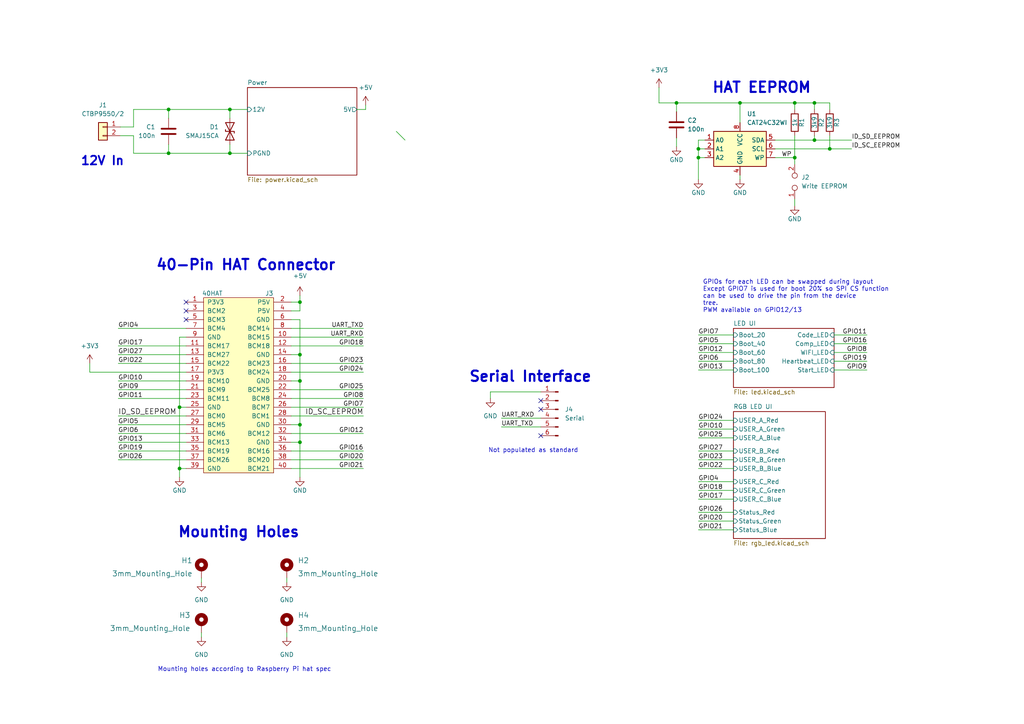
<source format=kicad_sch>
(kicad_sch (version 20211123) (generator eeschema)
  (paper "A4")
  (title_block (title "KCH - Raspberry Pi HAT") (date "2022-05-17") (rev "S2") (company "Student Robotics"))
  (lib_symbols
    (symbol "Connector:Conn_01x06_Male" (pin_names (offset 1.016) hide)
      (property "Reference" "J" (at 0 7.62 0))
      (property "Value" "Conn_01x06_Male" (at 0 -10.16 0))
      (symbol "Conn_01x06_Male_1_1"
        (polyline (pts (xy 1.27 -7.62) (xy 0.8636 -7.62)) (stroke (width 0.1524)))
        (polyline (pts (xy 1.27 -5.08) (xy 0.8636 -5.08)) (stroke (width 0.1524)))
        (polyline (pts (xy 1.27 -2.54) (xy 0.8636 -2.54)) (stroke (width 0.1524)))
        (polyline (pts (xy 1.27 0) (xy 0.8636 0)) (stroke (width 0.1524)))
        (polyline (pts (xy 1.27 2.54) (xy 0.8636 2.54)) (stroke (width 0.1524)))
        (polyline (pts (xy 1.27 5.08) (xy 0.8636 5.08)) (stroke (width 0.1524)))
        (rectangle (start 0.8636 -7.493) (end 0 -7.747) (stroke (width 0.1524)) (fill (type outline)))
        (rectangle (start 0.8636 -4.953) (end 0 -5.207) (stroke (width 0.1524)) (fill (type outline)))
        (rectangle (start 0.8636 -2.413) (end 0 -2.667) (stroke (width 0.1524)) (fill (type outline)))
        (rectangle (start 0.8636 0.127) (end 0 -0.127) (stroke (width 0.1524)) (fill (type outline)))
        (rectangle (start 0.8636 2.667) (end 0 2.413) (stroke (width 0.1524)) (fill (type outline)))
        (rectangle (start 0.8636 5.207) (end 0 4.953) (stroke (width 0.1524)) (fill (type outline)))
        (pin passive line (at 5.08 5.08 180) (length 3.81) (name "Pin_1") (number "1"))
        (pin passive line (at 5.08 2.54 180) (length 3.81) (name "Pin_2") (number "2"))
        (pin passive line (at 5.08 0 180) (length 3.81) (name "Pin_3") (number "3"))
        (pin passive line (at 5.08 -2.54 180) (length 3.81) (name "Pin_4") (number "4"))
        (pin passive line (at 5.08 -5.08 180) (length 3.81) (name "Pin_5") (number "5"))
        (pin passive line (at 5.08 -7.62 180) (length 3.81) (name "Pin_6") (number "6"))
      )
    )
    (symbol "Connector:TestPoint_2Pole" (pin_names (offset 0.762) hide)
      (property "Reference" "TP" (at 0 1.524 0))
      (property "Value" "TestPoint_2Pole" (at 0 -1.778 0))
      (symbol "TestPoint_2Pole_0_1"
        (circle (center -1.778 0) (radius 0.762))
        (circle (center 1.778 0) (radius 0.762))
        (pin passive line (at -5.08 0 0) (length 2.54) (name "1") (number "1"))
        (pin passive line (at 5.08 0 180) (length 2.54) (name "2") (number "2"))
      )
    )
    (symbol "Connector_Generic:Conn_01x02" (pin_names (offset 1.016) hide)
      (property "Reference" "J" (at 0 2.54 0))
      (property "Value" "Conn_01x02" (at 0 -5.08 0))
      (symbol "Conn_01x02_1_1"
        (rectangle (start -1.27 -2.413) (end 0 -2.667) (stroke (width 0.1524)))
        (rectangle (start -1.27 0.127) (end 0 -0.127) (stroke (width 0.1524)))
        (rectangle (start -1.27 1.27) (end 1.27 -3.81) (stroke (width 0.254)) (fill (type background)))
        (pin passive line (at -5.08 0 0) (length 3.81) (name "Pin_1") (number "1"))
        (pin passive line (at -5.08 -2.54 0) (length 3.81) (name "Pin_2") (number "2"))
      )
    )
    (symbol "Device:C" (pin_numbers hide) (pin_names (offset 0.254))
      (property "Reference" "C" (at 0.635 2.54 0))
      (property "Value" "C" (at 0.635 -2.54 0))
      (symbol "C_0_1"
        (polyline (pts (xy -2.032 -0.762) (xy 2.032 -0.762)) (stroke (width 0.508)))
        (polyline (pts (xy -2.032 0.762) (xy 2.032 0.762)) (stroke (width 0.508)))
      )
      (symbol "C_1_1"
        (pin passive line (at 0 3.81 270) (length 2.794) (name "~") (number "1"))
        (pin passive line (at 0 -3.81 90) (length 2.794) (name "~") (number "2"))
      )
    )
    (symbol "Device:D_TVS" (pin_numbers hide) (pin_names (offset 1.016) hide)
      (property "Reference" "D" (at 0 2.54 0))
      (property "Value" "D_TVS" (at 0 -2.54 0))
      (symbol "D_TVS_0_1"
        (polyline (pts (xy 1.27 0) (xy -1.27 0)))
        (polyline (pts (xy 0.508 1.27) (xy 0 1.27) (xy 0 -1.27) (xy -0.508 -1.27)) (stroke (width 0.254)))
        (polyline (pts (xy -2.54 1.27) (xy -2.54 -1.27) (xy 2.54 1.27) (xy 2.54 -1.27) (xy -2.54 1.27)) (stroke (width 0.254)))
      )
      (symbol "D_TVS_1_1"
        (pin passive line (at -3.81 0 0) (length 2.54) (name "A1") (number "1"))
        (pin passive line (at 3.81 0 180) (length 2.54) (name "A2") (number "2"))
      )
    )
    (symbol "Device:R" (pin_numbers hide) (pin_names (offset 0))
      (property "Reference" "R" (at 2.032 0 90))
      (property "Value" "R" (at 0 0 90))
      (symbol "R_0_1"
        (rectangle (start -1.016 -2.54) (end 1.016 2.54) (stroke (width 0.254)))
      )
      (symbol "R_1_1"
        (pin passive line (at 0 3.81 270) (length 1.27) (name "~") (number "1"))
        (pin passive line (at 0 -3.81 90) (length 1.27) (name "~") (number "2"))
      )
    )
    (symbol "KCH:CAT24C32WI"
      (property "Reference" "U" (at -6.35 6.35 0))
      (property "Value" "CAT24C32WI" (at 1.27 6.35 0))
      (symbol "CAT24C32WI_1_1"
        (rectangle (start -7.62 5.08) (end 7.62 -5.08) (stroke (width 0.254)) (fill (type background)))
        (pin input line (at -10.16 2.54 0) (length 2.54) (name "A0") (number "1"))
        (pin input line (at -10.16 0 0) (length 2.54) (name "A1") (number "2"))
        (pin input line (at -10.16 -2.54 0) (length 2.54) (name "A2") (number "3"))
        (pin power_in line (at 0 -7.62 90) (length 2.54) (name "GND") (number "4"))
        (pin bidirectional line (at 10.16 2.54 180) (length 2.54) (name "SDA") (number "5"))
        (pin input line (at 10.16 0 180) (length 2.54) (name "SCL") (number "6"))
        (pin input line (at 10.16 -2.54 180) (length 2.54) (name "WP") (number "7"))
        (pin power_in line (at 0 7.62 270) (length 2.54) (name "VCC") (number "8"))
      )
    )
    (symbol "KCH:OX40HAT" (pin_names (offset 1.016))
      (property "Reference" "J" (at 8.89 2.54 0))
      (property "Value" "OX40HAT" (at -7.62 2.54 0))
      (symbol "OX40HAT_0_1"
        (rectangle (start -10.16 1.27) (end 10.16 -49.53) (fill (type background)))
      )
      (symbol "OX40HAT_1_1"
        (pin bidirectional line (at -15.24 0 0) (length 5.08) (name "P3V3") (number "1"))
        (pin bidirectional line (at 15.24 -10.16 180) (length 5.08) (name "BCM15") (number "10"))
        (pin bidirectional line (at -15.24 -12.7 0) (length 5.08) (name "BCM17") (number "11"))
        (pin bidirectional line (at 15.24 -12.7 180) (length 5.08) (name "BCM18") (number "12"))
        (pin bidirectional line (at -15.24 -15.24 0) (length 5.08) (name "BCM27") (number "13"))
        (pin bidirectional line (at 15.24 -15.24 180) (length 5.08) (name "GND") (number "14"))
        (pin bidirectional line (at -15.24 -17.78 0) (length 5.08) (name "BCM22") (number "15"))
        (pin bidirectional line (at 15.24 -17.78 180) (length 5.08) (name "BCM23") (number "16"))
        (pin bidirectional line (at -15.24 -20.32 0) (length 5.08) (name "P3V3") (number "17"))
        (pin bidirectional line (at 15.24 -20.32 180) (length 5.08) (name "BCM24") (number "18"))
        (pin bidirectional line (at -15.24 -22.86 0) (length 5.08) (name "BCM10") (number "19"))
        (pin bidirectional line (at 15.24 0 180) (length 5.08) (name "P5V") (number "2"))
        (pin bidirectional line (at 15.24 -22.86 180) (length 5.08) (name "GND") (number "20"))
        (pin bidirectional line (at -15.24 -25.4 0) (length 5.08) (name "BCM9") (number "21"))
        (pin bidirectional line (at 15.24 -25.4 180) (length 5.08) (name "BCM25") (number "22"))
        (pin bidirectional line (at -15.24 -27.94 0) (length 5.08) (name "BCM11") (number "23"))
        (pin bidirectional line (at 15.24 -27.94 180) (length 5.08) (name "BCM8") (number "24"))
        (pin bidirectional line (at -15.24 -30.48 0) (length 5.08) (name "GND") (number "25"))
        (pin bidirectional line (at 15.24 -30.48 180) (length 5.08) (name "BCM7") (number "26"))
        (pin bidirectional line (at -15.24 -33.02 0) (length 5.08) (name "BCM0") (number "27"))
        (pin bidirectional line (at 15.24 -33.02 180) (length 5.08) (name "BCM1") (number "28"))
        (pin bidirectional line (at -15.24 -35.56 0) (length 5.08) (name "BCM5") (number "29"))
        (pin bidirectional line (at -15.24 -2.54 0) (length 5.08) (name "BCM2") (number "3"))
        (pin bidirectional line (at 15.24 -35.56 180) (length 5.08) (name "GND") (number "30"))
        (pin bidirectional line (at -15.24 -38.1 0) (length 5.08) (name "BCM6") (number "31"))
        (pin bidirectional line (at 15.24 -38.1 180) (length 5.08) (name "BCM12") (number "32"))
        (pin bidirectional line (at -15.24 -40.64 0) (length 5.08) (name "BCM13") (number "33"))
        (pin bidirectional line (at 15.24 -40.64 180) (length 5.08) (name "GND") (number "34"))
        (pin bidirectional line (at -15.24 -43.18 0) (length 5.08) (name "BCM19") (number "35"))
        (pin bidirectional line (at 15.24 -43.18 180) (length 5.08) (name "BCM16") (number "36"))
        (pin bidirectional line (at -15.24 -45.72 0) (length 5.08) (name "BCM26") (number "37"))
        (pin bidirectional line (at 15.24 -45.72 180) (length 5.08) (name "BCM20") (number "38"))
        (pin bidirectional line (at -15.24 -48.26 0) (length 5.08) (name "GND") (number "39"))
        (pin bidirectional line (at 15.24 -2.54 180) (length 5.08) (name "P5V") (number "4"))
        (pin bidirectional line (at 15.24 -48.26 180) (length 5.08) (name "BCM21") (number "40"))
        (pin bidirectional line (at -15.24 -5.08 0) (length 5.08) (name "BCM3") (number "5"))
        (pin bidirectional line (at 15.24 -5.08 180) (length 5.08) (name "GND") (number "6"))
        (pin bidirectional line (at -15.24 -7.62 0) (length 5.08) (name "BCM4") (number "7"))
        (pin bidirectional line (at 15.24 -7.62 180) (length 5.08) (name "BCM14") (number "8"))
        (pin bidirectional line (at -15.24 -10.16 0) (length 5.08) (name "GND") (number "9"))
      )
    )
    (symbol "Mechanical:MountingHole_Pad" (pin_numbers hide) (pin_names (offset 1.016) hide)
      (property "Reference" "H" (at 0 6.35 0))
      (property "Value" "MountingHole_Pad" (at 0 4.445 0))
      (symbol "MountingHole_Pad_0_1"
        (circle (center 0 1.27) (radius 1.27) (stroke (width 1.27)))
      )
      (symbol "MountingHole_Pad_1_1"
        (pin input line (at 0 -2.54 90) (length 2.54) (name "1") (number "1"))
      )
    )
    (symbol "power:+3.3V" (power) (pin_names (offset 0))
      (property "Value" "+3.3V" (at 0 3.556 0))
      (symbol "+3.3V_0_1"
        (polyline (pts (xy -0.762 1.27) (xy 0 2.54)))
        (polyline (pts (xy 0 0) (xy 0 2.54)))
        (polyline (pts (xy 0 2.54) (xy 0.762 1.27)))
      )
      (symbol "+3.3V_1_1"
        (pin power_in line (at 0 0 90) (length 0) hide (name "+3V3") (number "1"))
      )
    )
    (symbol "power:+5V" (power) (pin_names (offset 0))
      (property "Value" "+5V" (at 0 3.556 0))
      (symbol "+5V_0_1"
        (polyline (pts (xy -0.762 1.27) (xy 0 2.54)))
        (polyline (pts (xy 0 0) (xy 0 2.54)))
        (polyline (pts (xy 0 2.54) (xy 0.762 1.27)))
      )
      (symbol "+5V_1_1"
        (pin power_in line (at 0 0 90) (length 0) hide (name "+5V") (number "1"))
      )
    )
    (symbol "power:GND" (power) (pin_names (offset 0))
      (property "Value" "GND" (at 0 -3.81 0))
      (symbol "GND_0_1"
        (polyline (pts (xy 0 0) (xy 0 -1.27) (xy 1.27 -1.27) (xy 0 -2.54) (xy -1.27 -1.27) (xy 0 -1.27)))
      )
      (symbol "GND_1_1"
        (pin power_in line (at 0 0 270) (length 0) hide (name "GND") (number "1"))
      )
    )
  )
  (junction (at 52.07 135.89))
  (junction (at 86.995 128.27))
  (junction (at 202.565 43.18))
  (junction (at 86.995 110.49))
  (junction (at 86.995 87.63))
  (junction (at 66.675 44.45))
  (junction (at 86.995 123.19))
  (junction (at 48.895 44.45))
  (junction (at 52.07 118.11))
  (junction (at 196.215 29.845))
  (junction (at 230.505 29.845))
  (junction (at 236.22 29.845))
  (junction (at 66.675 31.75))
  (junction (at 240.665 43.18))
  (junction (at 48.895 31.75))
  (junction (at 86.995 102.87))
  (junction (at 230.505 45.72))
  (junction (at 214.63 29.845))
  (junction (at 236.22 40.64))
  (junction (at 202.565 45.72))
  (no_connect (at 156.845 116.205))
  (no_connect (at 156.845 118.745))
  (no_connect (at 156.845 126.365))
  (no_connect (at 53.975 92.71))
  (no_connect (at 53.975 90.17))
  (no_connect (at 53.975 87.63))
  (bus_entry (at 114.935 38.1) (size 2.54 2.54))
  (wire (pts (xy 84.455 113.03) (xy 105.41 113.03)))
  (wire (pts (xy 84.455 102.87) (xy 86.995 102.87)))
  (wire (pts (xy 236.22 40.64) (xy 236.22 39.37)))
  (wire (pts (xy 236.22 40.64) (xy 247.015 40.64)))
  (wire (pts (xy 202.565 121.92) (xy 212.725 121.92)))
  (wire (pts (xy 202.565 102.235) (xy 212.725 102.235)))
  (wire (pts (xy 202.565 135.89) (xy 212.725 135.89)))
  (wire (pts (xy 230.505 45.72) (xy 230.505 47.625)))
  (wire (pts (xy 202.565 139.7) (xy 212.725 139.7)))
  (wire (pts (xy 202.565 133.35) (xy 212.725 133.35)))
  (wire (pts (xy 83.185 167.64) (xy 83.185 168.91)))
  (wire (pts (xy 52.07 97.79) (xy 52.07 118.11)))
  (wire (pts (xy 240.665 29.845) (xy 240.665 31.75)))
  (wire (pts (xy 202.565 52.07) (xy 202.565 45.72)))
  (wire (pts (xy 86.995 128.27) (xy 86.995 138.43)))
  (wire (pts (xy 84.455 133.35) (xy 105.41 133.35)))
  (wire (pts (xy 191.135 25.4) (xy 191.135 29.845)))
  (wire (pts (xy 142.24 113.665) (xy 142.24 115.57)))
  (wire (pts (xy 34.29 115.57) (xy 53.975 115.57)))
  (wire (pts (xy 53.975 135.89) (xy 52.07 135.89)))
  (wire (pts (xy 34.925 36.83) (xy 38.735 36.83)))
  (wire (pts (xy 58.42 167.64) (xy 58.42 168.91)))
  (wire (pts (xy 86.995 85.725) (xy 86.995 87.63)))
  (wire (pts (xy 34.29 120.65) (xy 53.975 120.65)))
  (wire (pts (xy 202.565 124.46) (xy 212.725 124.46)))
  (wire (pts (xy 84.455 110.49) (xy 86.995 110.49)))
  (wire (pts (xy 202.565 144.78) (xy 212.725 144.78)))
  (wire (pts (xy 86.995 123.19) (xy 86.995 128.27)))
  (wire (pts (xy 84.455 123.19) (xy 86.995 123.19)))
  (wire (pts (xy 106.045 30.48) (xy 106.045 31.75)))
  (wire (pts (xy 224.79 45.72) (xy 230.505 45.72)))
  (wire (pts (xy 34.29 105.41) (xy 53.975 105.41)))
  (wire (pts (xy 240.665 29.845) (xy 236.22 29.845)))
  (wire (pts (xy 48.895 41.91) (xy 48.895 44.45)))
  (wire (pts (xy 84.455 105.41) (xy 105.41 105.41)))
  (wire (pts (xy 48.895 31.75) (xy 48.895 34.29)))
  (wire (pts (xy 52.07 118.11) (xy 52.07 135.89)))
  (wire (pts (xy 202.565 151.13) (xy 212.725 151.13)))
  (wire (pts (xy 84.455 92.71) (xy 86.995 92.71)))
  (wire (pts (xy 214.63 29.845) (xy 230.505 29.845)))
  (wire (pts (xy 84.455 90.17) (xy 86.995 90.17)))
  (wire (pts (xy 240.665 43.18) (xy 240.665 39.37)))
  (wire (pts (xy 202.565 43.18) (xy 202.565 40.64)))
  (wire (pts (xy 34.29 110.49) (xy 53.975 110.49)))
  (wire (pts (xy 66.675 44.45) (xy 48.895 44.45)))
  (wire (pts (xy 84.455 115.57) (xy 105.41 115.57)))
  (wire (pts (xy 214.63 35.56) (xy 214.63 29.845)))
  (wire (pts (xy 84.455 95.25) (xy 105.41 95.25)))
  (wire (pts (xy 66.675 44.45) (xy 71.755 44.45)))
  (wire (pts (xy 196.215 29.845) (xy 214.63 29.845)))
  (wire (pts (xy 236.22 29.845) (xy 236.22 31.75)))
  (wire (pts (xy 86.995 90.17) (xy 86.995 87.63)))
  (wire (pts (xy 84.455 118.11) (xy 105.41 118.11)))
  (wire (pts (xy 34.29 113.03) (xy 53.975 113.03)))
  (wire (pts (xy 84.455 87.63) (xy 86.995 87.63)))
  (wire (pts (xy 202.565 148.59) (xy 212.725 148.59)))
  (wire (pts (xy 34.29 133.35) (xy 53.975 133.35)))
  (wire (pts (xy 230.505 29.845) (xy 236.22 29.845)))
  (wire (pts (xy 66.675 41.91) (xy 66.675 44.45)))
  (wire (pts (xy 196.215 32.385) (xy 196.215 29.845)))
  (wire (pts (xy 84.455 97.79) (xy 105.41 97.79)))
  (wire (pts (xy 241.935 97.155) (xy 251.46 97.155)))
  (wire (pts (xy 48.895 31.75) (xy 66.675 31.75)))
  (wire (pts (xy 53.975 97.79) (xy 52.07 97.79)))
  (wire (pts (xy 84.455 125.73) (xy 105.41 125.73)))
  (wire (pts (xy 241.935 102.235) (xy 251.46 102.235)))
  (wire (pts (xy 240.665 43.18) (xy 247.015 43.18)))
  (wire (pts (xy 84.455 135.89) (xy 105.41 135.89)))
  (wire (pts (xy 230.505 45.72) (xy 230.505 39.37)))
  (wire (pts (xy 34.29 102.87) (xy 53.975 102.87)))
  (wire (pts (xy 202.565 99.695) (xy 212.725 99.695)))
  (wire (pts (xy 86.995 110.49) (xy 86.995 123.19)))
  (wire (pts (xy 84.455 120.65) (xy 105.41 120.65)))
  (wire (pts (xy 38.735 36.83) (xy 38.735 31.75)))
  (wire (pts (xy 202.565 142.24) (xy 212.725 142.24)))
  (wire (pts (xy 202.565 45.72) (xy 202.565 43.18)))
  (wire (pts (xy 202.565 104.775) (xy 212.725 104.775)))
  (wire (pts (xy 38.735 44.45) (xy 38.735 39.37)))
  (wire (pts (xy 224.79 43.18) (xy 240.665 43.18)))
  (wire (pts (xy 202.565 43.18) (xy 204.47 43.18)))
  (wire (pts (xy 202.565 107.315) (xy 212.725 107.315)))
  (wire (pts (xy 191.135 29.845) (xy 196.215 29.845)))
  (wire (pts (xy 58.42 183.515) (xy 58.42 184.785)))
  (wire (pts (xy 34.29 125.73) (xy 53.975 125.73)))
  (wire (pts (xy 26.035 105.41) (xy 26.035 107.95)))
  (wire (pts (xy 34.29 130.81) (xy 53.975 130.81)))
  (wire (pts (xy 38.735 31.75) (xy 48.895 31.75)))
  (wire (pts (xy 202.565 153.67) (xy 212.725 153.67)))
  (wire (pts (xy 84.455 100.33) (xy 105.41 100.33)))
  (wire (pts (xy 53.975 118.11) (xy 52.07 118.11)))
  (wire (pts (xy 202.565 130.81) (xy 212.725 130.81)))
  (wire (pts (xy 34.29 100.33) (xy 53.975 100.33)))
  (wire (pts (xy 26.035 107.95) (xy 53.975 107.95)))
  (wire (pts (xy 84.455 128.27) (xy 86.995 128.27)))
  (wire (pts (xy 52.07 135.89) (xy 52.07 138.43)))
  (wire (pts (xy 106.045 31.75) (xy 103.505 31.75)))
  (wire (pts (xy 202.565 97.155) (xy 212.725 97.155)))
  (wire (pts (xy 230.505 31.75) (xy 230.505 29.845)))
  (wire (pts (xy 156.845 113.665) (xy 142.24 113.665)))
  (wire (pts (xy 86.995 102.87) (xy 86.995 110.49)))
  (wire (pts (xy 66.675 31.75) (xy 71.755 31.75)))
  (wire (pts (xy 202.565 40.64) (xy 204.47 40.64)))
  (wire (pts (xy 84.455 130.81) (xy 105.41 130.81)))
  (wire (pts (xy 34.29 123.19) (xy 53.975 123.19)))
  (wire (pts (xy 241.935 107.315) (xy 251.46 107.315)))
  (wire (pts (xy 83.185 183.515) (xy 83.185 184.785)))
  (wire (pts (xy 202.565 45.72) (xy 204.47 45.72)))
  (wire (pts (xy 34.29 128.27) (xy 53.975 128.27)))
  (wire (pts (xy 241.935 99.695) (xy 251.46 99.695)))
  (wire (pts (xy 156.845 121.285) (xy 145.415 121.285)))
  (wire (pts (xy 34.29 95.25) (xy 53.975 95.25)))
  (wire (pts (xy 241.935 104.775) (xy 251.46 104.775)))
  (wire (pts (xy 86.995 92.71) (xy 86.995 102.87)))
  (wire (pts (xy 156.845 123.825) (xy 145.415 123.825)))
  (wire (pts (xy 202.565 127) (xy 212.725 127)))
  (wire (pts (xy 196.215 40.005) (xy 196.215 42.545)))
  (wire (pts (xy 38.735 39.37) (xy 34.925 39.37)))
  (wire (pts (xy 214.63 50.8) (xy 214.63 52.07)))
  (wire (pts (xy 84.455 107.95) (xy 105.41 107.95)))
  (wire (pts (xy 224.79 40.64) (xy 236.22 40.64)))
  (wire (pts (xy 66.675 34.29) (xy 66.675 31.75)))
  (wire (pts (xy 48.895 44.45) (xy 38.735 44.45)))
  (wire (pts (xy 230.505 57.785) (xy 230.505 59.69)))
  (text "40-Pin HAT Connector" (at 45.085 78.74 0) (effects (font (size 2.9972 2.9972) (thickness 0.5994) bold) (justify left bottom)))
  (text "Mounting Holes" (at 51.435 156.21 0) (effects (font (size 2.9972 2.9972) (thickness 0.5994) bold) (justify left bottom)))
  (text "GPIOs for each LED can be swapped during layout\nExcept GPIO7 is used for boot 20% so SPI CS function \ncan be used to drive the pin from the device \ntree.\nPWM available on GPIO12/13" (at 203.835 90.805 0) (effects (font (size 1.27 1.27)) (justify left bottom)))
  (text "12V In" (at 36.195 48.26 180) (effects (font (size 2.5 2.5) (thickness 0.5) bold) (justify right bottom)))
  (text "Mounting holes according to Raspberry Pi hat spec" (at 45.72 194.945 0) (effects (font (size 1.27 1.27)) (justify left bottom)))
  (text "Serial Interface" (at 135.89 111.125 0) (effects (font (size 2.9972 2.9972) (thickness 0.5994) bold) (justify left bottom)))
  (text "HAT EEPROM" (at 206.375 27.305 0) (effects (font (size 3 3) (thickness 0.6) bold) (justify left bottom)))
  (text "Not populated as standard" (at 141.605 131.445 0) (effects (font (size 1.27 1.27)) (justify left bottom)))
  (label "ID_SD_EEPROM" (at 34.29 120.65 0) (effects (font (size 1.524 1.524))))
  (label "GPIO23" (at 202.565 133.35 0))
  (label "GPIO12" (at 202.565 102.235 0))
  (label "GPIO26" (at 202.565 148.59 0))
  (label "GPIO22" (at 34.29 105.41 0))
  (label "GPIO20" (at 105.41 133.35 180))
  (label "GPIO18" (at 105.41 100.33 180))
  (label "UART_TXD" (at 105.41 95.25 180))
  (label "ID_SC_EEPROM" (at 247.015 43.18 0))
  (label "GPIO5" (at 202.565 99.695 0))
  (label "GPIO17" (at 202.565 144.78 0))
  (label "GPIO19" (at 34.29 130.81 0))
  (label "GPIO7" (at 105.41 118.11 180))
  (label "ID_SD_EEPROM" (at 247.015 40.64 0))
  (label "GPIO21" (at 202.565 153.67 0))
  (label "GPIO10" (at 202.565 124.46 0))
  (label "GPIO24" (at 202.565 121.92 0))
  (label "GPIO13" (at 202.565 107.315 0))
  (label "GPIO12" (at 105.41 125.73 180))
  (label "GPIO7" (at 202.565 97.155 0))
  (label "UART_RXD" (at 145.415 121.285 0))
  (label "GPIO27" (at 34.29 102.87 0))
  (label "GPIO23" (at 105.41 105.41 180))
  (label "GPIO21" (at 105.41 135.89 180))
  (label "GPIO16" (at 105.41 130.81 180))
  (label "GPIO5" (at 34.29 123.19 0))
  (label "ID_SC_EEPROM" (at 105.41 120.65 180) (effects (font (size 1.524 1.524))))
  (label "GPIO16" (at 251.46 99.695 180))
  (label "GPIO26" (at 34.29 133.35 0))
  (label "GPIO19" (at 251.46 104.775 180))
  (label "GPIO11" (at 251.46 97.155 180))
  (label "UART_RXD" (at 105.41 97.79 180))
  (label "GPIO10" (at 34.29 110.49 0))
  (label "WP" (at 226.695 45.72 0))
  (label "GPIO24" (at 105.41 107.95 180))
  (label "GPIO4" (at 34.29 95.25 0))
  (label "UART_TXD" (at 145.415 123.825 0))
  (label "GPIO8" (at 105.41 115.57 180))
  (label "GPIO25" (at 202.565 127 0))
  (label "GPIO6" (at 202.565 104.775 0))
  (label "GPIO6" (at 34.29 125.73 0))
  (label "GPIO9" (at 251.46 107.315 180))
  (label "GPIO22" (at 202.565 135.89 0))
  (label "GPIO9" (at 34.29 113.03 0))
  (label "GPIO17" (at 34.29 100.33 0))
  (label "GPIO13" (at 34.29 128.27 0))
  (label "GPIO18" (at 202.565 142.24 0))
  (label "GPIO27" (at 202.565 130.81 0))
  (label "GPIO20" (at 202.565 151.13 0))
  (label "GPIO25" (at 105.41 113.03 180))
  (label "GPIO4" (at 202.565 139.7 0))
  (label "GPIO8" (at 251.46 102.235 180))
  (label "GPIO11" (at 34.29 115.57 0))
  (symbol (lib_id "Mechanical:MountingHole_Pad") (at 58.42 165.1 0) (unit 1) (in_bom no)
    (property "Reference" "H1" (at 55.88 162.56 0) (effects (font (size 1.524 1.524)) (justify right)))
    (property "Value" "3mm_Mounting_Hole" (at 55.88 166.37 0) (effects (font (size 1.524 1.524)) (justify right)))
    (property "Footprint" "MountingHole:MountingHole_3.2mm_M3_ISO14580_Pad" (effects hide))
  )
  (symbol (lib_id "Mechanical:MountingHole_Pad") (at 83.185 165.1 0) (unit 1) (in_bom no)
    (property "Reference" "H2" (at 86.36 162.56 0) (effects (font (size 1.524 1.524)) (justify left)))
    (property "Value" "3mm_Mounting_Hole" (at 86.36 166.37 0) (effects (font (size 1.524 1.524)) (justify left)))
    (property "Footprint" "MountingHole:MountingHole_3.2mm_M3_ISO14580_Pad" (effects hide))
  )
  (symbol (lib_id "Mechanical:MountingHole_Pad") (at 58.42 180.975 0) (unit 1) (in_bom no)
    (property "Reference" "H3" (at 55.245 178.435 0) (effects (font (size 1.524 1.524)) (justify right)))
    (property "Value" "3mm_Mounting_Hole" (at 55.245 182.245 0) (effects (font (size 1.524 1.524)) (justify right)))
    (property "Footprint" "MountingHole:MountingHole_3.2mm_M3_ISO14580_Pad" (effects hide))
  )
  (symbol (lib_id "Mechanical:MountingHole_Pad") (at 83.185 180.975 0) (unit 1) (in_bom no)
    (property "Reference" "H4" (at 86.36 178.435 0) (effects (font (size 1.524 1.524)) (justify left)))
    (property "Value" "3mm_Mounting_Hole" (at 86.36 182.245 0) (effects (font (size 1.524 1.524)) (justify left)))
    (property "Footprint" "MountingHole:MountingHole_3.2mm_M3_ISO14580_Pad" (effects hide))
  )
  (symbol (lib_id "KCH:OX40HAT") (at 69.215 87.63 0) (unit 1)
    (property "Reference" "J3" (at 78.105 85.09 0))
    (property "Value" "40HAT" (at 61.595 85.09 0))
    (property "Footprint" "Connector_PinSocket_2.54mm:PinSocket_2x20_P2.54mm_Vertical" (effects hide))
  )
  (symbol (lib_id "Device:R") (at 236.22 35.56 0) (unit 1)
    (property "Reference" "R2" (at 238.252 35.56 90))
    (property "Value" "3k9" (at 236.22 35.56 90))
    (property "Footprint" "Resistor_SMD:R_0402_1005Metric" (effects hide))
  )
  (symbol (lib_id "Connector:TestPoint_2Pole") (at 230.505 52.705 90) (unit 1) (in_bom no)
    (property "Reference" "J2" (at 232.41 51.4349 90) (effects (justify right)))
    (property "Value" "Write EEPROM" (at 232.41 53.9749 90) (effects (justify right)))
    (property "Footprint" "Connector_PinHeader_2.54mm:PinHeader_1x02_P2.54mm_Vertical" (effects hide))
  )
  (symbol (lib_id "power:+5V") (at 106.045 30.48 0) (unit 1)
    (property "Reference" "#PWR05" (effects hide))
    (property "Value" "+5V" (at 106.045 25.4 0))
  )
  (symbol (lib_id "power:GND") (at 83.185 184.785 0) (unit 1)
    (property "Reference" "#PWR0105" (effects hide))
    (property "Value" "GND" (at 83.185 189.865 0))
  )
  (symbol (lib_id "Device:D_TVS") (at 66.675 38.1 270) (unit 1)
    (property "Reference" "D1" (at 63.5 36.8299 90) (effects (justify right)))
    (property "Value" "SMAJ15CA" (at 63.5 39.3699 90) (effects (justify right)))
    (property "Footprint" "Diode_SMD:D_SMA" (effects hide))
    (property "Datasheet" "https://datasheet.lcsc.com/lcsc/1809211622_MDD-Microdiode-Electronics--SMAJ15CA_C110044.pdf" (effects hide))
  )
  (symbol (lib_id "power:GND") (at 58.42 168.91 0) (unit 1)
    (property "Reference" "#PWR0103" (effects hide))
    (property "Value" "GND" (at 58.42 173.99 0))
  )
  (symbol (lib_id "power:+3.3V") (at 191.135 25.4 0) (unit 1)
    (property "Reference" "#PWR0101" (effects hide))
    (property "Value" "+3.3V" (at 191.135 20.32 0))
  )
  (symbol (lib_id "power:GND") (at 202.565 52.07 0) (unit 1)
    (property "Reference" "#PWR010" (effects hide))
    (property "Value" "GND" (at 202.565 55.88 0))
  )
  (symbol (lib_id "Device:R") (at 230.505 35.56 0) (unit 1)
    (property "Reference" "R1" (at 232.537 35.56 90))
    (property "Value" "1k" (at 230.505 35.56 90))
    (property "Footprint" "Resistor_SMD:R_0402_1005Metric" (effects hide))
  )
  (symbol (lib_id "Connector_Generic:Conn_01x02") (at 29.845 36.83 0) (mirror y) (unit 1)
    (property "Reference" "J1" (at 29.845 30.48 0))
    (property "Value" "CTBP9550/2" (at 29.845 33.02 0))
    (property "Footprint" "project_footprints:CTBP9550-2" (effects hide))
  )
  (symbol (lib_id "power:GND") (at 52.07 138.43 0) (unit 1)
    (property "Reference" "#PWR03" (effects hide))
    (property "Value" "GND" (at 52.07 142.24 0))
  )
  (symbol (lib_id "power:GND") (at 86.995 138.43 0) (unit 1)
    (property "Reference" "#PWR08" (effects hide))
    (property "Value" "GND" (at 86.995 142.24 0))
  )
  (symbol (lib_id "power:GND") (at 230.505 59.69 0) (unit 1)
    (property "Reference" "#PWR012" (effects hide))
    (property "Value" "GND" (at 230.505 63.5 0))
  )
  (symbol (lib_id "power:+5V") (at 86.995 85.725 0) (unit 1)
    (property "Reference" "#PWR04" (effects hide))
    (property "Value" "+5V" (at 86.995 80.01 0))
  )
  (symbol (lib_id "Device:R") (at 240.665 35.56 0) (unit 1)
    (property "Reference" "R3" (at 242.697 35.56 90))
    (property "Value" "3k9" (at 240.665 35.56 90))
    (property "Footprint" "Resistor_SMD:R_0402_1005Metric" (effects hide))
  )
  (symbol (lib_id "power:GND") (at 142.24 115.57 0) (mirror y) (unit 1)
    (property "Reference" "#PWR01" (effects hide))
    (property "Value" "GND" (at 142.24 120.65 0))
  )
  (symbol (lib_id "KCH:CAT24C32WI") (at 214.63 43.18 0) (unit 1)
    (property "Reference" "U1" (at 216.6494 33.02 0) (effects (justify left)))
    (property "Value" "CAT24C32WI" (at 216.6494 35.56 0) (effects (justify left)))
    (property "Footprint" "Package_SO:SOIC-8_3.9x4.9mm_P1.27mm" (effects hide))
    (property "Datasheet" "https://www.mouser.co.uk/datasheet/2/308/1/CAT24C32_D-2310317.pdf" (effects hide))
  )
  (symbol (lib_id "Device:C") (at 48.895 38.1 0) (mirror x) (unit 1)
    (property "Reference" "C1" (at 45.085 36.8299 0) (effects (justify right)))
    (property "Value" "100n" (at 45.085 39.3699 0) (effects (justify right)))
    (property "Footprint" "Capacitor_SMD:C_0402_1005Metric" (effects hide))
  )
  (symbol (lib_id "power:GND") (at 214.63 52.07 0) (unit 1)
    (property "Reference" "#PWR011" (effects hide))
    (property "Value" "GND" (at 214.63 55.88 0))
  )
  (symbol (lib_id "power:+3.3V") (at 26.035 105.41 0) (unit 1)
    (property "Reference" "#PWR0102" (effects hide))
    (property "Value" "+3.3V" (at 26.035 100.33 0))
  )
  (symbol (lib_id "Connector:Conn_01x06_Male") (at 161.925 118.745 0) (mirror y) (unit 1) (in_bom no)
    (property "Reference" "J4" (at 163.83 118.7449 0) (effects (justify right)))
    (property "Value" "Serial" (at 163.83 121.2849 0) (effects (justify right)))
    (property "Footprint" "Connector_PinHeader_2.54mm:PinHeader_1x06_P2.54mm_Vertical" (effects hide))
  )
  (symbol (lib_id "power:GND") (at 83.185 168.91 0) (unit 1)
    (property "Reference" "#PWR0104" (effects hide))
    (property "Value" "GND" (at 83.185 173.99 0))
  )
  (symbol (lib_id "power:GND") (at 58.42 184.785 0) (unit 1)
    (property "Reference" "#PWR0106" (effects hide))
    (property "Value" "GND" (at 58.42 189.865 0))
  )
  (symbol (lib_id "Device:C") (at 196.215 36.195 0) (mirror y) (unit 1)
    (property "Reference" "C2" (at 199.39 34.9249 0) (effects (justify right)))
    (property "Value" "100n" (at 199.39 37.4649 0) (effects (justify right)))
    (property "Footprint" "Capacitor_SMD:C_0402_1005Metric" (effects hide))
  )
  (symbol (lib_id "power:GND") (at 196.215 42.545 0) (unit 1)
    (property "Reference" "#PWR09" (effects hide))
    (property "Value" "GND" (at 196.215 46.355 0))
  )
  (sheet (at 212.725 95.25) (size 29.21 17.145) (stroke (width 0.1524))
    (property "Sheet name" "LED UI" (at 212.725 94.5384 0) (effects (justify left bottom)))
    (property "Sheet file" "led.kicad_sch" (at 212.725 112.9796 0) (effects (justify left top)))
    (pin "Boot_40" input (at 212.725 99.695 180))
    (pin "Boot_20" input (at 212.725 97.155 180))
    (pin "Heartbeat_LED" input (at 241.935 104.775 0))
    (pin "Comp_LED" input (at 241.935 99.695 0))
    (pin "Boot_60" input (at 212.725 102.235 180))
    (pin "Start_LED" input (at 241.935 107.315 0))
    (pin "Code_LED" input (at 241.935 97.155 0))
    (pin "WIFI_LED" input (at 241.935 102.235 0))
    (pin "Boot_80" input (at 212.725 104.775 180))
    (pin "Boot_100" input (at 212.725 107.315 180))
  )
  (sheet (at 212.725 119.38) (size 26.67 36.83) (stroke (width 0.1524))
    (property "Sheet name" "RGB LED UI" (at 212.725 118.6684 0) (effects (justify left bottom)))
    (property "Sheet file" "rgb_led.kicad_sch" (at 212.725 156.7946 0) (effects (justify left top)))
    (pin "USER_A_Blue" input (at 212.725 127 180))
    (pin "USER_B_Red" input (at 212.725 130.81 180))
    (pin "USER_B_Green" input (at 212.725 133.35 180))
    (pin "USER_A_Red" input (at 212.725 121.92 180))
    (pin "USER_A_Green" input (at 212.725 124.46 180))
    (pin "Status_Blue" input (at 212.725 153.67 180))
    (pin "USER_B_Blue" input (at 212.725 135.89 180))
    (pin "USER_C_Blue" input (at 212.725 144.78 180))
    (pin "Status_Red" input (at 212.725 148.59 180))
    (pin "Status_Green" input (at 212.725 151.13 180))
    (pin "USER_C_Red" input (at 212.725 139.7 180))
    (pin "USER_C_Green" input (at 212.725 142.24 180))
  )
  (sheet (at 71.755 25.4) (size 31.75 25.4) (stroke (width 0.1524))
    (property "Sheet name" "Power" (at 71.755 24.6884 0) (effects (justify left bottom)))
    (property "Sheet file" "power.kicad_sch" (at 71.755 51.3846 0) (effects (justify left top)))
    (pin "5V" output (at 103.505 31.75 0))
    (pin "12V" input (at 71.755 31.75 180))
    (pin "PGND" input (at 71.755 44.45 180))
  )
)
</source>
